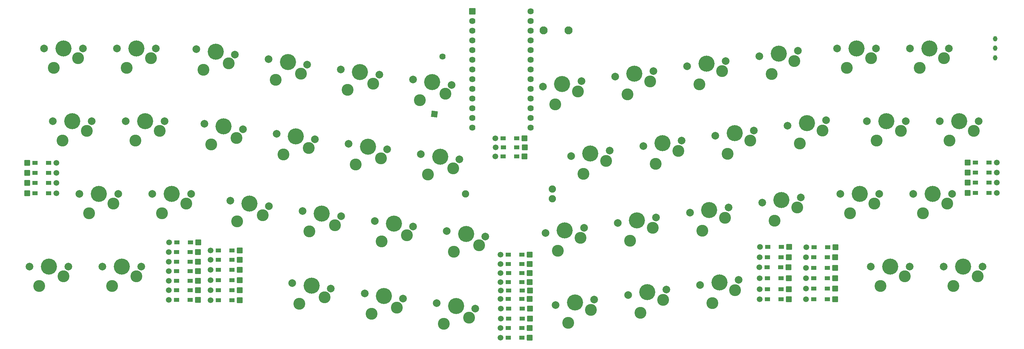
<source format=gbr>
G04 #@! TF.GenerationSoftware,KiCad,Pcbnew,7.0.1-0*
G04 #@! TF.CreationDate,2023-10-08T21:15:56+09:00*
G04 #@! TF.ProjectId,cool846ble,636f6f6c-3834-4366-926c-652e6b696361,rev?*
G04 #@! TF.SameCoordinates,Original*
G04 #@! TF.FileFunction,Soldermask,Top*
G04 #@! TF.FilePolarity,Negative*
%FSLAX46Y46*%
G04 Gerber Fmt 4.6, Leading zero omitted, Abs format (unit mm)*
G04 Created by KiCad (PCBNEW 7.0.1-0) date 2023-10-08 21:15:56*
%MOMM*%
%LPD*%
G01*
G04 APERTURE LIST*
G04 Aperture macros list*
%AMRoundRect*
0 Rectangle with rounded corners*
0 $1 Rounding radius*
0 $2 $3 $4 $5 $6 $7 $8 $9 X,Y pos of 4 corners*
0 Add a 4 corners polygon primitive as box body*
4,1,4,$2,$3,$4,$5,$6,$7,$8,$9,$2,$3,0*
0 Add four circle primitives for the rounded corners*
1,1,$1+$1,$2,$3*
1,1,$1+$1,$4,$5*
1,1,$1+$1,$6,$7*
1,1,$1+$1,$8,$9*
0 Add four rect primitives between the rounded corners*
20,1,$1+$1,$2,$3,$4,$5,0*
20,1,$1+$1,$4,$5,$6,$7,0*
20,1,$1+$1,$6,$7,$8,$9,0*
20,1,$1+$1,$8,$9,$2,$3,0*%
G04 Aperture macros list end*
%ADD10RoundRect,0.051000X-0.650000X-0.475000X0.650000X-0.475000X0.650000X0.475000X-0.650000X0.475000X0*%
%ADD11C,1.499000*%
%ADD12RoundRect,0.051000X-0.698500X-0.698500X0.698500X-0.698500X0.698500X0.698500X-0.698500X0.698500X0*%
%ADD13C,2.002000*%
%ADD14C,3.102000*%
%ADD15C,4.202000*%
%ADD16RoundRect,0.051000X0.698500X0.698500X-0.698500X0.698500X-0.698500X-0.698500X0.698500X-0.698500X0*%
%ADD17RoundRect,0.051000X0.650000X0.475000X-0.650000X0.475000X-0.650000X-0.475000X0.650000X-0.475000X0*%
%ADD18C,1.626000*%
%ADD19RoundRect,0.051000X-0.762000X-0.762000X0.762000X-0.762000X0.762000X0.762000X-0.762000X0.762000X0*%
%ADD20RoundRect,0.051000X0.648534X-0.860634X0.860634X0.648534X-0.648534X0.860634X-0.860634X-0.648534X0*%
%ADD21C,2.102000*%
%ADD22O,1.102000X1.402000*%
%ADD23C,1.902000*%
G04 APERTURE END LIST*
D10*
X-350535000Y-87660000D03*
D11*
X-348500000Y-87660000D03*
D12*
X-356120000Y-87660000D03*
D10*
X-354085000Y-87660000D03*
X-350535000Y-90310000D03*
D11*
X-348500000Y-90310000D03*
D12*
X-356120000Y-90310000D03*
D10*
X-354085000Y-90310000D03*
X-350535000Y-92960000D03*
D11*
X-348500000Y-92960000D03*
D12*
X-356120000Y-92960000D03*
D10*
X-354085000Y-92960000D03*
X-108335000Y-84940000D03*
D12*
X-110370000Y-84940000D03*
D11*
X-102750000Y-84940000D03*
D10*
X-104785000Y-84940000D03*
X-108335000Y-87590000D03*
D12*
X-110370000Y-87590000D03*
D11*
X-102750000Y-87590000D03*
D10*
X-104785000Y-87590000D03*
X-108335000Y-90240000D03*
D12*
X-110370000Y-90240000D03*
D11*
X-102750000Y-90240000D03*
D10*
X-104785000Y-90240000D03*
X-350535000Y-85010000D03*
D11*
X-348500000Y-85010000D03*
D12*
X-356120000Y-85010000D03*
D10*
X-354085000Y-85010000D03*
D13*
X-272100926Y-80080310D03*
D14*
X-270292644Y-85464371D03*
D15*
X-267070364Y-80787309D03*
D14*
X-263650942Y-83832839D03*
D13*
X-262039802Y-81494308D03*
X-253236320Y-82731557D03*
D14*
X-251428038Y-88115618D03*
D15*
X-248205758Y-83438556D03*
D14*
X-244786336Y-86484086D03*
D13*
X-243175196Y-84145555D03*
X-255301224Y-63204139D03*
D14*
X-253492942Y-68588200D03*
D15*
X-250270662Y-63911138D03*
D14*
X-246851240Y-66956668D03*
D13*
X-245240100Y-64618137D03*
X-183636781Y-59752692D03*
D14*
X-180414501Y-64429754D03*
D15*
X-178606219Y-59045693D03*
D14*
X-174479798Y-61030724D03*
D13*
X-173575657Y-58338694D03*
X-293030437Y-57901644D03*
D14*
X-291222155Y-63285705D03*
D15*
X-287999875Y-58608643D03*
D14*
X-284580453Y-61654173D03*
D13*
X-282969313Y-59315642D03*
X-290965533Y-77429062D03*
D14*
X-289157251Y-82813123D03*
D15*
X-285934971Y-78136061D03*
D14*
X-282515549Y-81181591D03*
D13*
X-280904409Y-78843060D03*
X-332658475Y-55075733D03*
D14*
X-330118475Y-60155733D03*
D15*
X-327578475Y-55075733D03*
D14*
X-323768475Y-57615733D03*
D13*
X-322498475Y-55075733D03*
X-164772174Y-57101444D03*
D14*
X-161549894Y-61778506D03*
D15*
X-159741612Y-56394445D03*
D14*
X-155615191Y-58379476D03*
D13*
X-154711050Y-55687446D03*
X-311895044Y-55250396D03*
D14*
X-310086762Y-60634457D03*
D15*
X-306864482Y-55957395D03*
D14*
X-303445060Y-59002925D03*
D13*
X-301833920Y-56664394D03*
X-221365994Y-65055187D03*
D14*
X-218143714Y-69732249D03*
D15*
X-216335432Y-64348188D03*
D14*
X-212209011Y-66333219D03*
D13*
X-211304870Y-63641189D03*
X-202501387Y-62403940D03*
D14*
X-199279107Y-67081002D03*
D15*
X-197470825Y-61696941D03*
D14*
X-193344404Y-63681972D03*
D13*
X-192440263Y-60989942D03*
X-274165831Y-60552891D03*
D14*
X-272357549Y-65936952D03*
D15*
X-269135269Y-61259890D03*
D14*
X-265715847Y-64305420D03*
D13*
X-264104707Y-61966889D03*
X-213998595Y-83256982D03*
D14*
X-210776315Y-87934044D03*
D15*
X-208968033Y-82549983D03*
D14*
X-204841612Y-84535014D03*
D13*
X-203937471Y-81842984D03*
X-195133988Y-80605734D03*
D14*
X-191911708Y-85282796D03*
D15*
X-190103426Y-79898735D03*
D14*
X-185977005Y-81883766D03*
D13*
X-185072864Y-79191736D03*
X-176269381Y-77954487D03*
D14*
X-173047101Y-82631549D03*
D15*
X-171238819Y-77247488D03*
D14*
X-167112398Y-79232519D03*
D13*
X-166208257Y-76540489D03*
X-157404775Y-75303239D03*
D14*
X-154182495Y-79980301D03*
D15*
X-152374213Y-74596240D03*
D14*
X-148247792Y-76581271D03*
D13*
X-147343651Y-73889241D03*
X-136633975Y-74125734D03*
D14*
X-134093975Y-79205734D03*
D15*
X-131553975Y-74125734D03*
D14*
X-127743975Y-76665734D03*
D13*
X-126473975Y-74125734D03*
X-303049084Y-94968045D03*
D14*
X-301240802Y-100352106D03*
D15*
X-298018522Y-95675044D03*
D14*
X-294599100Y-98720574D03*
D13*
X-292987960Y-96382043D03*
X-284184477Y-97619293D03*
D14*
X-282376195Y-103003354D03*
D15*
X-279153915Y-98326292D03*
D14*
X-275734493Y-101371822D03*
D13*
X-274123353Y-99033291D03*
X-265319871Y-100270540D03*
D14*
X-263511589Y-105654601D03*
D15*
X-260289309Y-100977539D03*
D14*
X-256869887Y-104023069D03*
D13*
X-255258747Y-101684538D03*
X-246455264Y-102921788D03*
D14*
X-244646982Y-108305849D03*
D15*
X-241424702Y-103628787D03*
D14*
X-238005280Y-106674317D03*
D13*
X-236394140Y-104335786D03*
X-144480000Y-55040000D03*
D14*
X-141940000Y-60120000D03*
D15*
X-139400000Y-55040000D03*
D14*
X-135590000Y-57580000D03*
D13*
X-134320000Y-55040000D03*
X-330410000Y-74110000D03*
D14*
X-327870000Y-79190000D03*
D15*
X-325330000Y-74110000D03*
D14*
X-321520000Y-76650000D03*
D13*
X-320250000Y-74110000D03*
X-286851124Y-116546002D03*
D14*
X-285042842Y-121930063D03*
D15*
X-281820562Y-117253001D03*
D14*
X-278401140Y-120298531D03*
D13*
X-276790000Y-117960000D03*
X-143580000Y-93210000D03*
D14*
X-141040000Y-98290000D03*
D15*
X-138500000Y-93210000D03*
D14*
X-134690000Y-95750000D03*
D13*
X-133420000Y-93210000D03*
X-323410000Y-93190000D03*
D14*
X-320870000Y-98270000D03*
D15*
X-318330000Y-93190000D03*
D14*
X-314520000Y-95730000D03*
D13*
X-313250000Y-93190000D03*
X-267940000Y-119210000D03*
D14*
X-266131718Y-124594061D03*
D15*
X-262909438Y-119916999D03*
D14*
X-259490016Y-122962529D03*
D13*
X-257878876Y-120623998D03*
X-218000562Y-122296999D03*
D14*
X-214778282Y-126974061D03*
D15*
X-212970000Y-121590000D03*
D14*
X-208843579Y-123575031D03*
D13*
X-207939438Y-120883001D03*
D16*
X-157053475Y-109723734D03*
D17*
X-159088475Y-109723734D03*
X-162638475Y-109723734D03*
D11*
X-164673475Y-109723734D03*
D16*
X-224823475Y-120673734D03*
D17*
X-226858475Y-120673734D03*
X-230408475Y-120673734D03*
D11*
X-232443475Y-120673734D03*
D13*
X-164034037Y-95480733D03*
D14*
X-160811757Y-100157795D03*
D15*
X-159003475Y-94773734D03*
D14*
X-154877054Y-96758765D03*
D13*
X-153972913Y-94066735D03*
D16*
X-224823475Y-128331234D03*
D17*
X-226858475Y-128331234D03*
X-230408475Y-128331234D03*
D11*
X-232443475Y-128331234D03*
D16*
X-224770000Y-113900000D03*
D17*
X-226805000Y-113900000D03*
X-230355000Y-113900000D03*
D11*
X-232390000Y-113900000D03*
D16*
X-311543475Y-120933734D03*
D17*
X-313578475Y-120933734D03*
X-317128475Y-120933734D03*
D11*
X-319163475Y-120933734D03*
D13*
X-182924037Y-98120733D03*
D14*
X-179701757Y-102797795D03*
D15*
X-177893475Y-97413734D03*
D14*
X-173767054Y-99398765D03*
D13*
X-172862913Y-96706735D03*
D16*
X-311543475Y-115925734D03*
D17*
X-313578475Y-115925734D03*
X-317128475Y-115925734D03*
D11*
X-319163475Y-115925734D03*
D18*
X-224560000Y-47890000D03*
X-224560000Y-50430000D03*
X-224560000Y-52970000D03*
X-224560000Y-55510000D03*
X-224560000Y-58050000D03*
X-224560000Y-60590000D03*
X-224560000Y-63130000D03*
X-224560000Y-65670000D03*
X-224560000Y-68210000D03*
X-224560000Y-70750000D03*
X-224560000Y-73290000D03*
X-224560000Y-75830000D03*
X-239780000Y-75830000D03*
X-239780000Y-73290000D03*
X-239780000Y-70750000D03*
X-239780000Y-68210000D03*
X-239780000Y-65670000D03*
X-239780000Y-63130000D03*
X-239780000Y-60590000D03*
X-239780000Y-58050000D03*
X-239780000Y-55510000D03*
X-239780000Y-52970000D03*
X-239780000Y-50430000D03*
X-239780000Y-47890000D03*
D19*
X-239780000Y-45350000D03*
D18*
X-224560000Y-45350000D03*
D16*
X-224723475Y-123213734D03*
D17*
X-226758475Y-123213734D03*
X-230308475Y-123213734D03*
D11*
X-232343475Y-123213734D03*
D16*
X-144938475Y-109793734D03*
D17*
X-146973475Y-109793734D03*
X-150523475Y-109793734D03*
D11*
X-152558475Y-109793734D03*
D16*
X-144933475Y-112543734D03*
D17*
X-146968475Y-112543734D03*
X-150518475Y-112543734D03*
D11*
X-152553475Y-112543734D03*
D16*
X-300583475Y-121033734D03*
D17*
X-302618475Y-121033734D03*
X-306168475Y-121033734D03*
D11*
X-308203475Y-121033734D03*
D13*
X-201814037Y-100790733D03*
D14*
X-198591757Y-105467795D03*
D15*
X-196783475Y-100083734D03*
D14*
X-192657054Y-102068765D03*
D13*
X-191752913Y-99376735D03*
D16*
X-224780000Y-109090000D03*
D17*
X-226815000Y-109090000D03*
X-230365000Y-109090000D03*
D11*
X-232400000Y-109090000D03*
D16*
X-157083475Y-118153734D03*
D17*
X-159118475Y-118153734D03*
X-162668475Y-118153734D03*
D11*
X-164703475Y-118153734D03*
D16*
X-300578475Y-107953734D03*
D17*
X-302613475Y-107953734D03*
X-306163475Y-107953734D03*
D11*
X-308198475Y-107953734D03*
D16*
X-144933475Y-120733734D03*
D17*
X-146968475Y-120733734D03*
X-150518475Y-120733734D03*
D11*
X-152553475Y-120733734D03*
D13*
X-309844037Y-74796735D03*
D14*
X-308035755Y-80180796D03*
D15*
X-304813475Y-75503734D03*
D14*
X-301394053Y-78549264D03*
D13*
X-299782913Y-76210733D03*
D16*
X-157083475Y-120733734D03*
D17*
X-159118475Y-120733734D03*
X-162668475Y-120733734D03*
D11*
X-164703475Y-120733734D03*
D13*
X-336468475Y-112225733D03*
D14*
X-333928475Y-117305733D03*
D15*
X-331388475Y-112225733D03*
D14*
X-327578475Y-114765733D03*
D13*
X-326308475Y-112225733D03*
D16*
X-311513475Y-108383734D03*
D17*
X-313548475Y-108383734D03*
X-317098475Y-108383734D03*
D11*
X-319133475Y-108383734D03*
D16*
X-224763475Y-125823734D03*
D17*
X-226798475Y-125823734D03*
X-230348475Y-125823734D03*
D11*
X-232383475Y-125823734D03*
D16*
X-224775000Y-116320000D03*
D17*
X-226810000Y-116320000D03*
X-230360000Y-116320000D03*
D11*
X-232395000Y-116320000D03*
D16*
X-300583475Y-110457734D03*
D17*
X-302618475Y-110457734D03*
X-306168475Y-110457734D03*
D11*
X-308203475Y-110457734D03*
D16*
X-300583475Y-118389734D03*
D17*
X-302618475Y-118389734D03*
X-306168475Y-118389734D03*
D11*
X-308203475Y-118389734D03*
D16*
X-226133475Y-78569734D03*
D17*
X-228168475Y-78569734D03*
X-231718475Y-78569734D03*
D11*
X-233753475Y-78569734D03*
D16*
X-157008475Y-107023734D03*
D17*
X-159043475Y-107023734D03*
X-162593475Y-107023734D03*
D11*
X-164628475Y-107023734D03*
D16*
X-311543475Y-110917734D03*
D17*
X-313578475Y-110917734D03*
X-317128475Y-110917734D03*
D11*
X-319163475Y-110917734D03*
D16*
X-144858475Y-107133734D03*
D17*
X-146893475Y-107133734D03*
X-150443475Y-107133734D03*
D11*
X-152478475Y-107133734D03*
D13*
X-199111124Y-119653998D03*
D14*
X-195888844Y-124331060D03*
D15*
X-194080562Y-118946999D03*
D14*
X-189954141Y-120932030D03*
D13*
X-189050000Y-118240000D03*
D16*
X-311543475Y-113421734D03*
D17*
X-313578475Y-113421734D03*
X-317128475Y-113421734D03*
D11*
X-319163475Y-113421734D03*
D16*
X-144933475Y-118003734D03*
D17*
X-146968475Y-118003734D03*
X-150518475Y-118003734D03*
D11*
X-152553475Y-118003734D03*
D13*
X-135681475Y-112225734D03*
D14*
X-133141475Y-117305734D03*
D15*
X-130601475Y-112225734D03*
D14*
X-126791475Y-114765734D03*
D13*
X-125521475Y-112225734D03*
D16*
X-226123475Y-80941067D03*
D17*
X-228158475Y-80941067D03*
X-231708475Y-80941067D03*
D11*
X-233743475Y-80941067D03*
D16*
X-224780000Y-111570000D03*
D17*
X-226815000Y-111570000D03*
X-230365000Y-111570000D03*
D11*
X-232400000Y-111570000D03*
D16*
X-224823475Y-130883734D03*
D17*
X-226858475Y-130883734D03*
X-230408475Y-130883734D03*
D11*
X-232443475Y-130883734D03*
D16*
X-311453475Y-105903734D03*
D17*
X-313488475Y-105903734D03*
X-317038475Y-105903734D03*
D11*
X-319073475Y-105903734D03*
D16*
X-311543475Y-118429734D03*
D17*
X-313578475Y-118429734D03*
X-317128475Y-118429734D03*
D11*
X-319163475Y-118429734D03*
D16*
X-157088475Y-115283734D03*
D17*
X-159123475Y-115283734D03*
X-162673475Y-115283734D03*
D11*
X-164708475Y-115283734D03*
D13*
X-220674599Y-103437732D03*
D14*
X-217452319Y-108114794D03*
D15*
X-215644037Y-102730733D03*
D14*
X-211517616Y-104715764D03*
D13*
X-210613475Y-102023734D03*
D16*
X-144933475Y-115273734D03*
D17*
X-146968475Y-115273734D03*
X-150518475Y-115273734D03*
D11*
X-152553475Y-115273734D03*
D16*
X-300583475Y-115745734D03*
D17*
X-302618475Y-115745734D03*
X-306168475Y-115745734D03*
D11*
X-308203475Y-115745734D03*
D16*
X-157158475Y-112393734D03*
D17*
X-159193475Y-112393734D03*
X-162743475Y-112393734D03*
D11*
X-164778475Y-112393734D03*
D13*
X-249081124Y-121826002D03*
D14*
X-247272842Y-127210063D03*
D15*
X-244050562Y-122533001D03*
D14*
X-240631140Y-125578531D03*
D13*
X-239020000Y-123240000D03*
X-180251124Y-117083998D03*
D14*
X-177028844Y-121761060D03*
D15*
X-175220562Y-116376999D03*
D14*
X-171094141Y-118362030D03*
D13*
X-170190000Y-115670000D03*
D16*
X-226193475Y-83312400D03*
D17*
X-228228475Y-83312400D03*
X-231778475Y-83312400D03*
D11*
X-233813475Y-83312400D03*
D16*
X-224760000Y-118460000D03*
D17*
X-226795000Y-118460000D03*
X-230345000Y-118460000D03*
D11*
X-232380000Y-118460000D03*
D16*
X-300583475Y-113101734D03*
D17*
X-302618475Y-113101734D03*
X-306168475Y-113101734D03*
D11*
X-308203475Y-113101734D03*
D20*
X-249740000Y-72300000D03*
D18*
X-247621786Y-57228120D03*
D21*
X-221190000Y-50320000D03*
X-214690000Y-50320000D03*
D22*
X-103130000Y-57500000D03*
X-103130000Y-55000000D03*
X-103130000Y-52500000D03*
D23*
X-218900001Y-94410000D03*
X-218900001Y-91870000D03*
X-241600000Y-93140000D03*
D13*
X-332300000Y-93190000D03*
X-342460000Y-93190000D03*
D15*
X-337380000Y-93190000D03*
D14*
X-339920000Y-98270000D03*
X-333570000Y-95730000D03*
D13*
X-345358475Y-112225733D03*
X-355518475Y-112225733D03*
D15*
X-350438475Y-112225733D03*
D14*
X-352978475Y-117305733D03*
X-346628475Y-114765733D03*
D13*
X-106471475Y-112225734D03*
X-116631475Y-112225734D03*
D15*
X-111551475Y-112225734D03*
D14*
X-114091475Y-117305734D03*
X-107741475Y-114765734D03*
D10*
X-108335000Y-92890000D03*
D12*
X-110370000Y-92890000D03*
D11*
X-102750000Y-92890000D03*
D10*
X-104785000Y-92890000D03*
D13*
X-115270000Y-55040000D03*
X-125430000Y-55040000D03*
D15*
X-120350000Y-55040000D03*
D14*
X-122890000Y-60120000D03*
X-116540000Y-57580000D03*
D13*
X-341548475Y-55075733D03*
X-351708475Y-55075733D03*
D15*
X-346628475Y-55075733D03*
D14*
X-349168475Y-60155733D03*
X-342818475Y-57615733D03*
D13*
X-107423975Y-74125734D03*
X-117583975Y-74125734D03*
D15*
X-112503975Y-74125734D03*
D14*
X-115043975Y-79205734D03*
X-108693975Y-76665734D03*
D13*
X-114370000Y-93210000D03*
X-124530000Y-93210000D03*
D15*
X-119450000Y-93210000D03*
D14*
X-121990000Y-98290000D03*
X-115640000Y-95750000D03*
D13*
X-339300000Y-74110000D03*
X-349460000Y-74110000D03*
D15*
X-344380000Y-74110000D03*
D14*
X-346920000Y-79190000D03*
X-340570000Y-76650000D03*
M02*

</source>
